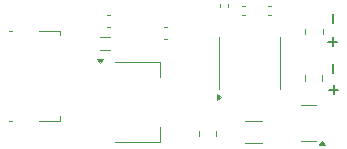
<source format=gbr>
%TF.GenerationSoftware,KiCad,Pcbnew,8.0.6*%
%TF.CreationDate,2024-12-25T17:09:27-08:00*%
%TF.ProjectId,USB_LED_Controller,5553425f-4c45-4445-9f43-6f6e74726f6c,rev?*%
%TF.SameCoordinates,Original*%
%TF.FileFunction,Legend,Top*%
%TF.FilePolarity,Positive*%
%FSLAX46Y46*%
G04 Gerber Fmt 4.6, Leading zero omitted, Abs format (unit mm)*
G04 Created by KiCad (PCBNEW 8.0.6) date 2024-12-25 17:09:27*
%MOMM*%
%LPD*%
G01*
G04 APERTURE LIST*
%ADD10C,0.150000*%
%ADD11C,0.120000*%
G04 APERTURE END LIST*
D10*
X96008866Y-70681620D02*
X96008866Y-69919716D01*
X95637579Y-72132866D02*
X96399484Y-72132866D01*
X96018531Y-72513819D02*
X96018531Y-71751914D01*
X95958066Y-66465220D02*
X95958066Y-65703316D01*
X95586779Y-68068866D02*
X96348684Y-68068866D01*
X95967731Y-68449819D02*
X95967731Y-67687914D01*
D11*
%TO.C,R4*%
X86079000Y-75568436D02*
X86079000Y-76022564D01*
X84609000Y-75568436D02*
X84609000Y-76022564D01*
%TO.C,R2*%
X93626000Y-67410064D02*
X93626000Y-66955936D01*
X95096000Y-67410064D02*
X95096000Y-66955936D01*
%TO.C,U2*%
X77550000Y-69742000D02*
X81310000Y-69742000D01*
X77550000Y-76562000D02*
X81310000Y-76562000D01*
X81310000Y-69742000D02*
X81310000Y-71002000D01*
X81310000Y-76562000D02*
X81310000Y-75302000D01*
X76270000Y-69842000D02*
X76030000Y-69512000D01*
X76510000Y-69512000D01*
X76270000Y-69842000D01*
G36*
X76270000Y-69842000D02*
G01*
X76030000Y-69512000D01*
X76510000Y-69512000D01*
X76270000Y-69842000D01*
G37*
%TO.C,U1*%
X86290000Y-69850000D02*
X86290000Y-72050000D01*
X86290000Y-69850000D02*
X86290000Y-67650000D01*
X91510000Y-69850000D02*
X91510000Y-72050000D01*
X91510000Y-69850000D02*
X91510000Y-67650000D01*
X86490000Y-72750000D02*
X86160000Y-72990000D01*
X86160000Y-72510000D01*
X86490000Y-72750000D01*
G36*
X86490000Y-72750000D02*
G01*
X86160000Y-72990000D01*
X86160000Y-72510000D01*
X86490000Y-72750000D01*
G37*
%TO.C,R3*%
X88488436Y-74782000D02*
X89942564Y-74782000D01*
X88488436Y-76602000D02*
X89942564Y-76602000D01*
%TO.C,R1*%
X93602500Y-71347064D02*
X93602500Y-70892936D01*
X95072500Y-71347064D02*
X95072500Y-70892936D01*
%TO.C,Q1*%
X93901500Y-76490000D02*
X94551500Y-76490000D01*
X93901500Y-76490000D02*
X93251500Y-76490000D01*
X93901500Y-73370000D02*
X94551500Y-73370000D01*
X93901500Y-73370000D02*
X93251500Y-73370000D01*
X95304000Y-76770000D02*
X94824000Y-76770000D01*
X95064000Y-76440000D01*
X95304000Y-76770000D01*
G36*
X95304000Y-76770000D02*
G01*
X94824000Y-76770000D01*
X95064000Y-76440000D01*
X95304000Y-76770000D01*
G37*
%TO.C,J2*%
X72852000Y-67110000D02*
X72852000Y-67490000D01*
X71082000Y-67110000D02*
X72852000Y-67110000D01*
X68542000Y-67110000D02*
X68802000Y-67110000D01*
X72852000Y-74730000D02*
X72852000Y-74350000D01*
X72852000Y-74730000D02*
X71082000Y-74730000D01*
X68802000Y-74730000D02*
X68542000Y-74730000D01*
%TO.C,FB1*%
X77061122Y-68759000D02*
X76261878Y-68759000D01*
X77061122Y-67639000D02*
X76261878Y-67639000D01*
%TO.C,C5*%
X81915580Y-66800000D02*
X81634420Y-66800000D01*
X81915580Y-67820000D02*
X81634420Y-67820000D01*
%TO.C,C4*%
X77089580Y-66804000D02*
X76808420Y-66804000D01*
X77089580Y-65784000D02*
X76808420Y-65784000D01*
%TO.C,C3*%
X88527836Y-65765000D02*
X88312164Y-65765000D01*
X88527836Y-65045000D02*
X88312164Y-65045000D01*
%TO.C,C2*%
X87101000Y-64888164D02*
X87101000Y-65103836D01*
X86381000Y-64888164D02*
X86381000Y-65103836D01*
%TO.C,C1*%
X90471164Y-65045000D02*
X90686836Y-65045000D01*
X90471164Y-65765000D02*
X90686836Y-65765000D01*
%TD*%
M02*

</source>
